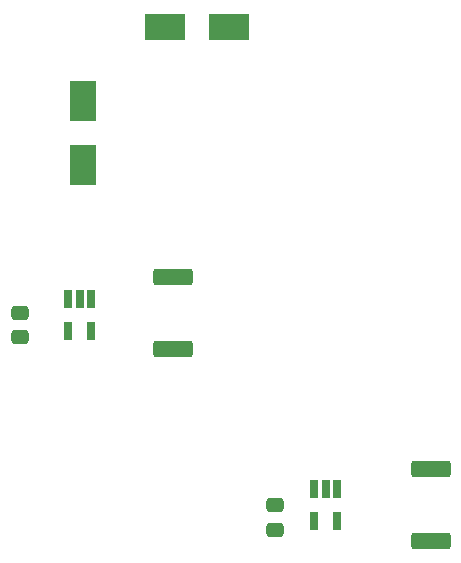
<source format=gbp>
G04 #@! TF.GenerationSoftware,KiCad,Pcbnew,(6.0.10)*
G04 #@! TF.CreationDate,2023-01-26T21:45:49-05:00*
G04 #@! TF.ProjectId,Input,496e7075-742e-46b6-9963-61645f706362,rev?*
G04 #@! TF.SameCoordinates,Original*
G04 #@! TF.FileFunction,Paste,Bot*
G04 #@! TF.FilePolarity,Positive*
%FSLAX46Y46*%
G04 Gerber Fmt 4.6, Leading zero omitted, Abs format (unit mm)*
G04 Created by KiCad (PCBNEW (6.0.10)) date 2023-01-26 21:45:49*
%MOMM*%
%LPD*%
G01*
G04 APERTURE LIST*
G04 Aperture macros list*
%AMRoundRect*
0 Rectangle with rounded corners*
0 $1 Rounding radius*
0 $2 $3 $4 $5 $6 $7 $8 $9 X,Y pos of 4 corners*
0 Add a 4 corners polygon primitive as box body*
4,1,4,$2,$3,$4,$5,$6,$7,$8,$9,$2,$3,0*
0 Add four circle primitives for the rounded corners*
1,1,$1+$1,$2,$3*
1,1,$1+$1,$4,$5*
1,1,$1+$1,$6,$7*
1,1,$1+$1,$8,$9*
0 Add four rect primitives between the rounded corners*
20,1,$1+$1,$2,$3,$4,$5,0*
20,1,$1+$1,$4,$5,$6,$7,0*
20,1,$1+$1,$6,$7,$8,$9,0*
20,1,$1+$1,$8,$9,$2,$3,0*%
G04 Aperture macros list end*
%ADD10R,0.650000X1.560000*%
%ADD11RoundRect,0.250000X-0.475000X0.337500X-0.475000X-0.337500X0.475000X-0.337500X0.475000X0.337500X0*%
%ADD12R,2.300000X3.500000*%
%ADD13R,3.500000X2.300000*%
%ADD14RoundRect,0.249999X-1.425001X0.450001X-1.425001X-0.450001X1.425001X-0.450001X1.425001X0.450001X0*%
G04 APERTURE END LIST*
D10*
X116906000Y-97757500D03*
X117856000Y-97757500D03*
X118806000Y-97757500D03*
X118806000Y-100457500D03*
X116906000Y-100457500D03*
D11*
X112776000Y-98911500D03*
X112776000Y-100986500D03*
D12*
X118120000Y-81006000D03*
X118120000Y-86406000D03*
D13*
X125072000Y-74722000D03*
X130472000Y-74722000D03*
D11*
X134366000Y-115180500D03*
X134366000Y-117255500D03*
D14*
X125740000Y-95896000D03*
X125740000Y-101996000D03*
X147584000Y-112152000D03*
X147584000Y-118252000D03*
D10*
X137744000Y-113852000D03*
X138694000Y-113852000D03*
X139644000Y-113852000D03*
X139644000Y-116552000D03*
X137744000Y-116552000D03*
M02*

</source>
